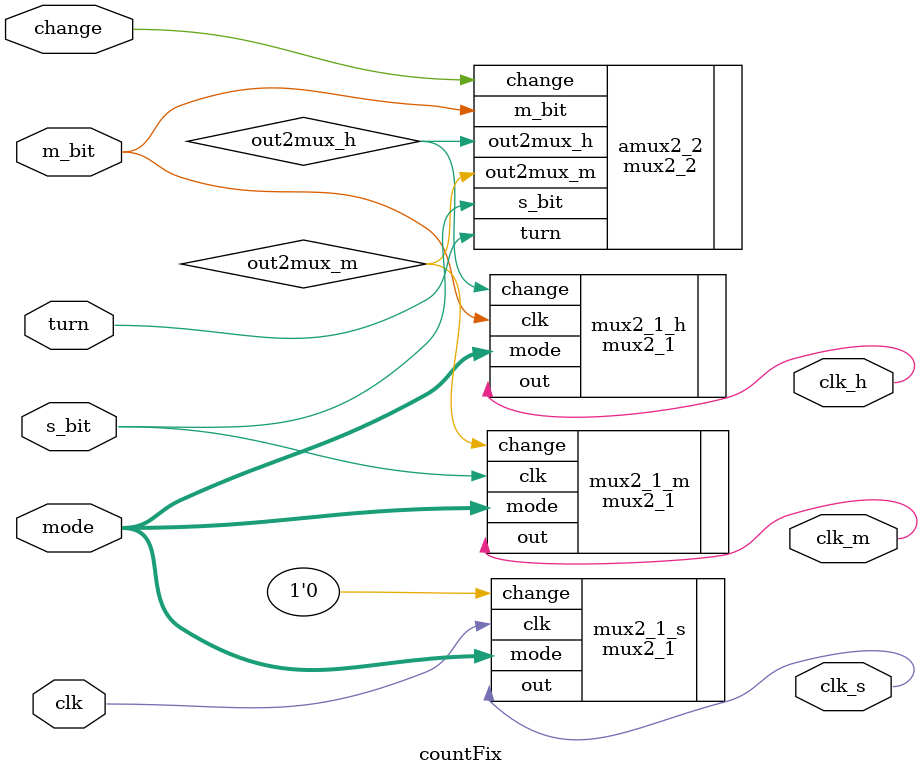
<source format=v>
`timescale 1ns / 1ps
module countFix(mode, turn, change, clk, m_bit, s_bit, clk_h, clk_m, clk_s);
input[1:0] mode;
input turn;
input change;
input clk;
input m_bit;
input s_bit;
output clk_h;
output clk_m;
output clk_s;
wire out2mux_h;
wire out2mux_m;

mux2_2 amux2_2(.turn(turn), .change(change), .m_bit(m_bit), .s_bit(s_bit), .out2mux_h(out2mux_h), .out2mux_m(out2mux_m));

mux2_1 mux2_1_h(.mode(mode), .clk(m_bit), .change(out2mux_h), .out(clk_h));
mux2_1 mux2_1_m(.mode(mode), .clk(s_bit), .change(out2mux_m), .out(clk_m));
mux2_1 mux2_1_s(.mode(mode), .clk(clk), .change(1'b0), .out(clk_s));

endmodule

</source>
